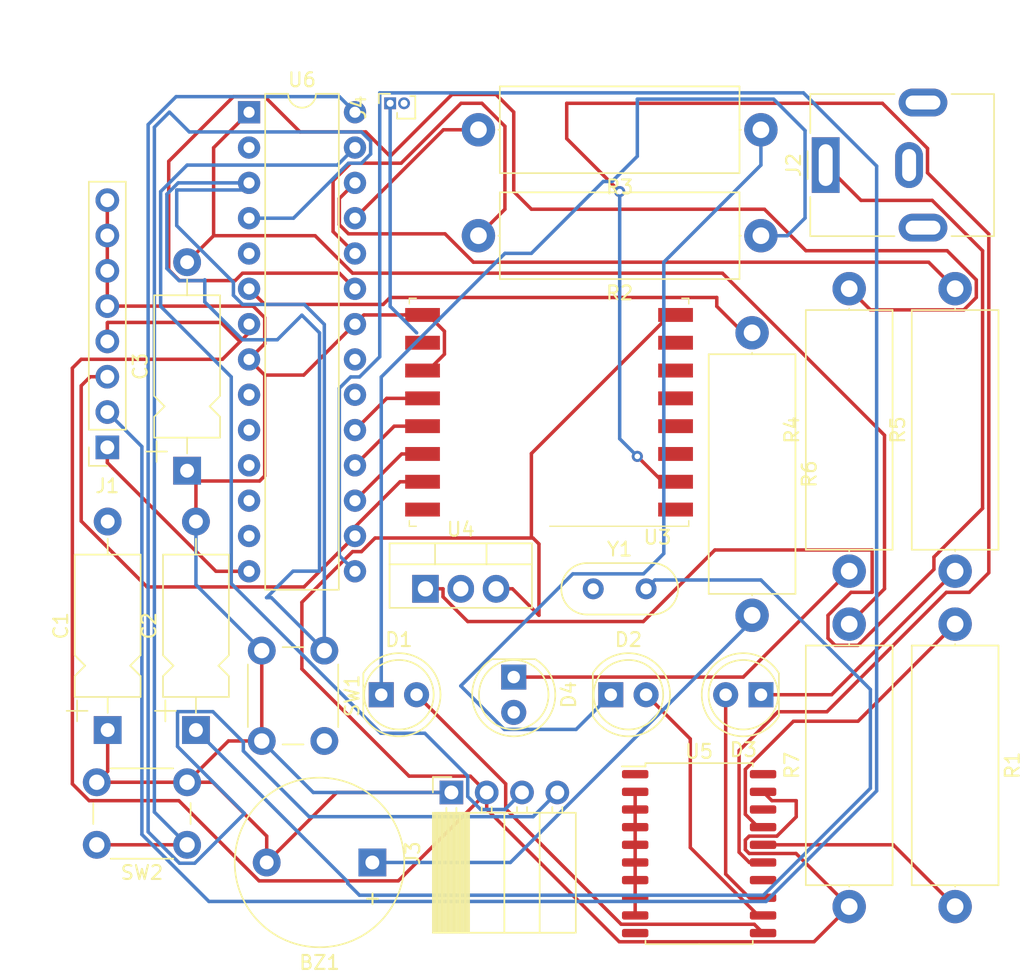
<source format=kicad_pcb>
(kicad_pcb (version 20211014) (generator pcbnew)
  (layers (0 "F.Cu" signal) (31 "B.Cu" signal) (34 "B.Paste" user) (35 "F.Paste" user) (36 "B.SilkS" user "B.Silkscreen") (37 "F.SilkS" user "F.Silkscreen") (38 "B.Mask" user) (39 "F.Mask" user) (44 "Edge.Cuts" user))
  (net 0 "")
  (net 1 "Net-(BZ1-Pad1)")
  (net 2 "GND")
  (net 3 "12")
  (net 4 "11")
  (net 5 "RESET")
  (net 6 "Net-(D1-Pad1)")
  (net 7 "Net-(D1-Pad2)")
  (net 8 "Net-(D2-Pad1)")
  (net 9 "Net-(D2-Pad2)")
  (net 10 "Net-(D3-Pad1)")
  (net 11 "Net-(D3-Pad2)")
  (net 12 "Net-(D4-Pad1)")
  (net 13 "Net-(D4-Pad2)")
  (net 14 "Net-(R1-Pad1)")
  (net 15 "Net-(R1-Pad2)")
  (net 16 "VCC")
  (net 17 "SDA")
  (net 18 "SCL")
  (net 19 "Net-(J4-Pad1)")
  (net 20 "Net-(R6-Pad1)")
  (net 21 "Net-(SW1-Pad1)")
  (net 22 "A1")
  (net 23 "A2")
  (net 24 "A00")
  (net 25 "A3")
  (net 26 "Net-(SW2-Pad1)")
  (net 27 "IN1")
  (net 28 "IN2")
  (net 30 "DIN")
  (net 36 "SCK")
  (net 37 "MISO")
  (net 38 "MOSI")
  (net 39 "ENA")
  (net 54 "Net-(J2-Pad1)")
  (net 55 "Net-(J2-Pad2)")
  (footprint "Crystal:Crystal_HC52-U_Vertical" (layer "F.Cu") (at 112.4 81.28)
    (fp_text reference "Y1" (at 1.9 -2.85) (layer "F.SilkS"))
    (fp_text value "Crystal")
    (pad "1" thru_hole circle (at 0 0) (size 1.5 1.5) (drill 0.8) (layers *.Cu *.Mask) (net 3 "12"))
    (pad "2" thru_hole circle (at 3.8 0) (size 1.5 1.5) (drill 0.8) (layers *.Cu *.Mask) (net 4 "11"))
  )
  (footprint "Resistor_THT:R_Axial_DIN0617_L17.0mm_D6.0mm_P20.32mm_Horizontal" (layer "F.Cu") (at 130.81 80.01 90)
    (fp_text reference "R4" (at 10.16 -4.12 90) (layer "F.SilkS"))
    (fp_text value "100k")
    (pad "1" thru_hole circle (at 0 0 90) (size 2.4 2.4) (drill 1.2) (layers *.Cu *.Mask) (net 12 "Net-(D4-Pad1)"))
    (pad "2" thru_hole oval (at 20.32 0 90) (size 2.4 2.4) (drill 1.2) (layers *.Cu *.Mask) (net 24 "A00"))
  )
  (footprint "Connector_PinSocket_2.54mm:PinSocket_1x08_P2.54mm_Vertical" (layer "F.Cu") (at 77.445 71.105 180)
    (fp_text reference "J1" (at 0 -2.77) (layer "F.SilkS"))
    (fp_text value "Conn_01x08_Female")
    (pad "1" thru_hole rect (at 0 0 180) (size 1.7 1.7) (drill 1) (layers *.Cu *.Mask) (net 27 "IN1"))
    (pad "2" thru_hole oval (at 0 2.54 180) (size 1.7 1.7) (drill 1) (layers *.Cu *.Mask) (net 28 "IN2"))
    (pad "3" thru_hole oval (at 0 5.08 180) (size 1.7 1.7) (drill 1) (layers *.Cu *.Mask) (net 39 "ENA"))
    (pad "4" thru_hole oval (at 0 7.62 180) (size 1.7 1.7) (drill 1) (layers *.Cu *.Mask) (net 16 "VCC"))
    (pad "5" thru_hole oval (at 0 10.16 180) (size 1.7 1.7) (drill 1) (layers *.Cu *.Mask) (net 2 "GND"))
    (pad "6" thru_hole oval (at 0 12.7 180) (size 1.7 1.7) (drill 1) (layers *.Cu *.Mask) (net 2 "GND"))
    (pad "7" thru_hole oval (at 0 15.24 180) (size 1.7 1.7) (drill 1) (layers *.Cu *.Mask) (net 2 "GND"))
    (pad "8" thru_hole oval (at 0 17.78 180) (size 1.7 1.7) (drill 1) (layers *.Cu *.Mask) (net 2 "GND"))
  )
  (footprint "Resistor_THT:R_Axial_DIN0617_L17.0mm_D6.0mm_P20.32mm_Horizontal" (layer "F.Cu") (at 138.43 83.82 -90)
    (fp_text reference "R1" (at 10.16 -4.12 90) (layer "F.SilkS"))
    (fp_text value "1.1M")
    (pad "1" thru_hole circle (at 0 0 270) (size 2.4 2.4) (drill 1.2) (layers *.Cu *.Mask) (net 14 "Net-(R1-Pad1)"))
    (pad "2" thru_hole oval (at 20.32 0 270) (size 2.4 2.4) (drill 1.2) (layers *.Cu *.Mask) (net 15 "Net-(R1-Pad2)"))
  )
  (footprint "Button_Switch_THT:SW_PUSH_6mm_H4.3mm" (layer "F.Cu") (at 83.185 99.695 180)
    (fp_text reference "SW2" (at 3.25 -2) (layer "F.SilkS"))
    (fp_text value "SW_Push")
    (pad "1" thru_hole circle (at 6.5 0 270) (size 2 2) (drill 1.1) (layers *.Cu *.Mask) (net 26 "Net-(SW2-Pad1)"))
    (pad "1" thru_hole circle (at 0 0 270) (size 2 2) (drill 1.1) (layers *.Cu *.Mask) (net 26 "Net-(SW2-Pad1)"))
    (pad "2" thru_hole circle (at 6.5 4.5 270) (size 2 2) (drill 1.1) (layers *.Cu *.Mask) (net 2 "GND"))
    (pad "2" thru_hole circle (at 0 4.5 270) (size 2 2) (drill 1.1) (layers *.Cu *.Mask) (net 2 "GND"))
  )
  (footprint "Capacitor_THT:CP_Axial_L10.0mm_D4.5mm_P15.00mm_Horizontal" (layer "F.Cu") (at 83.185 72.785 90)
    (fp_text reference "C3" (at 7.5 -3.37 90) (layer "F.SilkS"))
    (fp_text value "22n")
    (pad "1" thru_hole rect (at 0 0 90) (size 2 2) (drill 1) (layers *.Cu *.Mask) (net 2 "GND"))
    (pad "2" thru_hole oval (at 15 0 90) (size 2 2) (drill 1) (layers *.Cu *.Mask) (net 5 "RESET"))
  )
  (footprint "RF_Module:HOPERF_RFM69HW" (layer "F.Cu") (at 109.22 68.58 180)
    (fp_text reference "U3" (at -7.8 -9) (layer "F.SilkS"))
    (fp_text value "RFM69HW")
    (pad "1" smd rect (at -9.1 -7 180) (size 2.5 1) (layers "F.Cu" "F.Paste" "F.Mask"))
    (pad "2" smd rect (at -9.1 -5 180) (size 2.5 1) (layers "F.Cu" "F.Paste" "F.Mask") (net 30 "DIN"))
    (pad "3" smd rect (at -9.1 -3 180) (size 2.5 1) (layers "F.Cu" "F.Paste" "F.Mask"))
    (pad "4" smd rect (at -9.1 -1 180) (size 2.5 1) (layers "F.Cu" "F.Paste" "F.Mask"))
    (pad "5" smd rect (at -9.1 1 180) (size 2.5 1) (layers "F.Cu" "F.Paste" "F.Mask"))
    (pad "6" smd rect (at -9.1 3 180) (size 2.5 1) (layers "F.Cu" "F.Paste" "F.Mask"))
    (pad "7" smd rect (at -9.1 5 180) (size 2.5 1) (layers "F.Cu" "F.Paste" "F.Mask"))
    (pad "8" smd rect (at -9.1 7 180) (size 2.5 1) (layers "F.Cu" "F.Paste" "F.Mask") (net 16 "VCC"))
    (pad "9" smd rect (at 9.1 7 180) (size 2.5 1) (layers "F.Cu" "F.Paste" "F.Mask") (net 2 "GND"))
    (pad "10" smd rect (at 9.1 5 180) (size 2.5 1) (layers "F.Cu" "F.Paste" "F.Mask") (net 19 "Net-(J4-Pad1)"))
    (pad "11" smd rect (at 9.1 3 180) (size 2.5 1) (layers "F.Cu" "F.Paste" "F.Mask") (net 2 "GND"))
    (pad "12" smd rect (at 9.1 1 180) (size 2.5 1) (layers "F.Cu" "F.Paste" "F.Mask") (net 36 "SCK"))
    (pad "13" smd rect (at 9.1 -1 180) (size 2.5 1) (layers "F.Cu" "F.Paste" "F.Mask") (net 37 "MISO"))
    (pad "14" smd rect (at 9.1 -3 180) (size 2.5 1) (layers "F.Cu" "F.Paste" "F.Mask") (net 38 "MOSI"))
    (pad "15" smd rect (at 9.1 -5 180) (size 2.5 1) (layers "F.Cu" "F.Paste" "F.Mask") (net 39 "ENA"))
    (pad "16" smd rect (at 9.1 -7 180) (size 2.5 1) (layers "F.Cu" "F.Paste" "F.Mask"))
  )
  (footprint "Button_Switch_THT:SW_PUSH_6mm_H4.3mm" (layer "F.Cu") (at 93.055 85.725 -90)
    (fp_text reference "SW1" (at 3.25 -2 90) (layer "F.SilkS"))
    (fp_text value "SW_Push")
    (pad "1" thru_hole circle (at 0 0) (size 2 2) (drill 1.1) (layers *.Cu *.Mask) (net 21 "Net-(SW1-Pad1)"))
    (pad "1" thru_hole circle (at 6.5 0) (size 2 2) (drill 1.1) (layers *.Cu *.Mask) (net 21 "Net-(SW1-Pad1)"))
    (pad "2" thru_hole circle (at 0 4.5) (size 2 2) (drill 1.1) (layers *.Cu *.Mask) (net 2 "GND"))
    (pad "2" thru_hole circle (at 6.5 4.5) (size 2 2) (drill 1.1) (layers *.Cu *.Mask) (net 2 "GND"))
  )
  (footprint "LED_THT:LED_D5.0mm" (layer "F.Cu") (at 113.66 88.9)
    (fp_text reference "D2" (at 1.27 -3.96) (layer "F.SilkS"))
    (fp_text value "LED")
    (pad "1" thru_hole rect (at 0 0) (size 1.8 1.8) (drill 0.9) (layers *.Cu *.Mask) (net 8 "Net-(D2-Pad1)"))
    (pad "2" thru_hole circle (at 2.54 0) (size 1.8 1.8) (drill 0.9) (layers *.Cu *.Mask) (net 9 "Net-(D2-Pad2)"))
  )
  (footprint "Connector_PinSocket_2.54mm:PinSocket_1x04_P2.54mm_Horizontal" (layer "F.Cu") (at 102.195 95.93 90)
    (fp_text reference "J3" (at -4.38 -2.77 90) (layer "F.SilkS"))
    (fp_text value "Conn_01x04_Female")
    (pad "1" thru_hole rect (at 0 0 90) (size 1.7 1.7) (drill 1) (layers *.Cu *.Mask) (net 2 "GND"))
    (pad "2" thru_hole oval (at 0 2.54 90) (size 1.7 1.7) (drill 1) (layers *.Cu *.Mask) (net 16 "VCC"))
    (pad "3" thru_hole oval (at 0 5.08 90) (size 1.7 1.7) (drill 1) (layers *.Cu *.Mask) (net 17 "SDA"))
    (pad "4" thru_hole oval (at 0 7.62 90) (size 1.7 1.7) (drill 1) (layers *.Cu *.Mask) (net 18 "SCL"))
  )
  (footprint "Resistor_THT:R_Axial_DIN0617_L17.0mm_D6.0mm_P20.32mm_Horizontal" (layer "F.Cu") (at 123.825 62.865 -90)
    (fp_text reference "R6" (at 10.16 -4.12 90) (layer "F.SilkS"))
    (fp_text value "100k")
    (pad "1" thru_hole circle (at 0 0 270) (size 2.4 2.4) (drill 1.2) (layers *.Cu *.Mask) (net 20 "Net-(R6-Pad1)"))
    (pad "2" thru_hole oval (at 20.32 0 270) (size 2.4 2.4) (drill 1.2) (layers *.Cu *.Mask) (net 1 "Net-(BZ1-Pad1)"))
  )
  (footprint "Connector_BarrelJack:BarrelJack_CUI_PJ-063AH_Horizontal" (layer "F.Cu") (at 129.12 50.8 90)
    (fp_text reference "J2" (at 0 -2.3 90) (layer "F.SilkS"))
    (fp_text value "Barrel_Jack")
    (pad "" np_thru_hole circle (at 0 9 90) (size 1.6 1.6) (drill 1.6) (layers *.Cu *.Mask))
    (pad "1" thru_hole rect (at 0 0 90) (size 4 2) (drill oval 3 1) (layers *.Cu *.Mask) (net 54 "Net-(J2-Pad1)"))
    (pad "2" thru_hole oval (at 0 6 90) (size 3.3 2) (drill oval 2.3 1) (layers *.Cu *.Mask) (net 55 "Net-(J2-Pad2)"))
    (pad "MP" thru_hole oval (at 4.5 7 90) (size 2 3.5) (drill oval 1 2.5) (layers *.Cu *.Mask))
    (pad "MP" thru_hole oval (at -4.5 7 90) (size 2 3.5) (drill oval 1 2.5) (layers *.Cu *.Mask))
  )
  (footprint "LED_THT:LED_D5.0mm" (layer "F.Cu") (at 124.465 88.9 180)
    (fp_text reference "D3" (at 1.27 -3.96) (layer "F.SilkS"))
    (fp_text value "LED")
    (pad "1" thru_hole rect (at 0 0 180) (size 1.8 1.8) (drill 0.9) (layers *.Cu *.Mask) (net 10 "Net-(D3-Pad1)"))
    (pad "2" thru_hole circle (at 2.54 0 180) (size 1.8 1.8) (drill 0.9) (layers *.Cu *.Mask) (net 11 "Net-(D3-Pad2)"))
  )
  (footprint "Resistor_THT:R_Axial_DIN0617_L17.0mm_D6.0mm_P20.32mm_Horizontal" (layer "F.Cu") (at 138.43 80.01 90)
    (fp_text reference "R5" (at 10.16 -4.12 90) (layer "F.SilkS"))
    (fp_text value "100k")
    (pad "1" thru_hole circle (at 0 0 90) (size 2.4 2.4) (drill 1.2) (layers *.Cu *.Mask) (net 10 "Net-(D3-Pad1)"))
    (pad "2" thru_hole oval (at 20.32 0 90) (size 2.4 2.4) (drill 1.2) (layers *.Cu *.Mask) (net 25 "A3"))
  )
  (footprint "Resistor_THT:R_Axial_DIN0617_L17.0mm_D6.0mm_P20.32mm_Horizontal" (layer "F.Cu") (at 124.46 48.26 180)
    (fp_text reference "R3" (at 10.16 -4.12) (layer "F.SilkS"))
    (fp_text value "100k")
    (pad "1" thru_hole circle (at 0 0 180) (size 2.4 2.4) (drill 1.2) (layers *.Cu *.Mask) (net 8 "Net-(D2-Pad1)"))
    (pad "2" thru_hole oval (at 20.32 0 180) (size 2.4 2.4) (drill 1.2) (layers *.Cu *.Mask) (net 23 "A2"))
  )
  (footprint "Capacitor_THT:CP_Axial_L10.0mm_D4.5mm_P15.00mm_Horizontal" (layer "F.Cu") (at 77.47 91.44 90)
    (fp_text reference "C1" (at 7.5 -3.37 90) (layer "F.SilkS"))
    (fp_text value "22n")
    (pad "1" thru_hole rect (at 0 0 90) (size 2 2) (drill 1) (layers *.Cu *.Mask) (net 2 "GND"))
    (pad "2" thru_hole oval (at 15 0 90) (size 2 2) (drill 1) (layers *.Cu *.Mask) (net 3 "12"))
  )
  (footprint "Connector_PinSocket_1.00mm:PinSocket_1x02_P1.00mm_Vertical" (layer "F.Cu") (at 97.79 46.355 90)
    (fp_text reference "J4" (at -0.29 -2.25 90) (layer "F.SilkS"))
    (fp_text value "Conn_01x01_Female")
    (pad "1" thru_hole rect (at 0 0 90) (size 0.85 0.85) (drill 0.5) (layers *.Cu *.Mask) (net 19 "Net-(J4-Pad1)"))
    (pad "2" thru_hole oval (at 0 1 90) (size 0.85 0.85) (drill 0.5) (layers *.Cu *.Mask))
  )
  (footprint "Package_TO_SOT_THT:TO-220-3_Vertical" (layer "F.Cu") (at 100.33 81.28)
    (fp_text reference "U4" (at 2.54 -4.27) (layer "F.SilkS"))
    (fp_text value "L7805")
    (pad "1" thru_hole rect (at 0 0) (size 1.905 2) (drill 1.1) (layers *.Cu *.Mask) (net 54 "Net-(J2-Pad1)"))
    (pad "2" thru_hole oval (at 2.54 0) (size 1.905 2) (drill 1.1) (layers *.Cu *.Mask) (net 55 "Net-(J2-Pad2)"))
    (pad "3" thru_hole oval (at 5.08 0) (size 1.905 2) (drill 1.1) (layers *.Cu *.Mask) (net 16 "VCC"))
  )
  (footprint "LED_THT:LED_D5.0mm" (layer "F.Cu") (at 106.68 87.63 -90)
    (fp_text reference "D4" (at 1.27 -3.96 90) (layer "F.SilkS"))
    (fp_text value "LED")
    (pad "1" thru_hole rect (at 0 0 270) (size 1.8 1.8) (drill 0.9) (layers *.Cu *.Mask) (net 12 "Net-(D4-Pad1)"))
    (pad "2" thru_hole circle (at 2.54 0 270) (size 1.8 1.8) (drill 0.9) (layers *.Cu *.Mask) (net 13 "Net-(D4-Pad2)"))
  )
  (footprint "Capacitor_THT:CP_Axial_L10.0mm_D4.5mm_P15.00mm_Horizontal" (layer "F.Cu") (at 83.82 91.44 90)
    (fp_text reference "C2" (at 7.5 -3.37 90) (layer "F.SilkS"))
    (fp_text value "22n")
    (pad "1" thru_hole rect (at 0 0 90) (size 2 2) (drill 1) (layers *.Cu *.Mask) (net 4 "11"))
    (pad "2" thru_hole oval (at 15 0 90) (size 2 2) (drill 1) (layers *.Cu *.Mask) (net 2 "GND"))
  )
  (footprint "Resistor_THT:R_Axial_DIN0617_L17.0mm_D6.0mm_P20.32mm_Horizontal" (layer "F.Cu") (at 130.81 104.14 90)
    (fp_text reference "R7" (at 10.16 -4.12 90) (layer "F.SilkS"))
    (fp_text value "10k")
    (pad "1" thru_hole circle (at 0 0 90) (size 2.4 2.4) (drill 1.2) (layers *.Cu *.Mask) (net 16 "VCC"))
    (pad "2" thru_hole oval (at 20.32 0 90) (size 2.4 2.4) (drill 1.2) (layers *.Cu *.Mask) (net 5 "RESET"))
  )
  (footprint "LED_THT:LED_D5.0mm" (layer "F.Cu") (at 97.15 88.9)
    (fp_text reference "D1" (at 1.27 -3.96) (layer "F.SilkS"))
    (fp_text value "LED")
    (pad "1" thru_hole rect (at 0 0) (size 1.8 1.8) (drill 0.9) (layers *.Cu *.Mask) (net 6 "Net-(D1-Pad1)"))
    (pad "2" thru_hole circle (at 2.54 0) (size 1.8 1.8) (drill 0.9) (layers *.Cu *.Mask) (net 7 "Net-(D1-Pad2)"))
  )
  (footprint "Package_SO:SOP-20_7.5x12.8mm_P1.27mm" (layer "F.Cu") (at 120.015 100.33)
    (fp_text reference "U5" (at 0 -7.35) (layer "F.SilkS"))
    (fp_text value "HT12D")
    (pad "1" smd roundrect (at -4.6 -5.715) (size 1.9 0.6) (layers "F.Cu" "F.Paste" "F.Mask"))
    (pad "2" smd roundrect (at -4.6 -4.445) (size 1.9 0.6) (layers "F.Cu" "F.Paste" "F.Mask") (net 2 "GND"))
    (pad "3" smd roundrect (at -4.6 -3.175) (size 1.9 0.6) (layers "F.Cu" "F.Paste" "F.Mask") (net 2 "GND"))
    (pad "4" smd roundrect (at -4.6 -1.905) (size 1.9 0.6) (layers "F.Cu" "F.Paste" "F.Mask") (net 2 "GND"))
    (pad "5" smd roundrect (at -4.6 -0.635) (size 1.9 0.6) (layers "F.Cu" "F.Paste" "F.Mask") (net 2 "GND"))
    (pad "6" smd roundrect (at -4.6 0.635) (size 1.9 0.6) (layers "F.Cu" "F.Paste" "F.Mask") (net 2 "GND"))
    (pad "7" smd roundrect (at -4.6 1.905) (size 1.9 0.6) (layers "F.Cu" "F.Paste" "F.Mask") (net 2 "GND"))
    (pad "8" smd roundrect (at -4.6 3.175) (size 1.9 0.6) (layers "F.Cu" "F.Paste" "F.Mask") (net 2 "GND"))
    (pad "9" smd roundrect (at -4.6 4.445) (size 1.9 0.6) (layers "F.Cu" "F.Paste" "F.Mask") (net 2 "GND"))
    (pad "10" smd roundrect (at -4.6 5.715) (size 1.9 0.6) (layers "F.Cu" "F.Paste" "F.Mask"))
    (pad "11" smd roundrect (at 4.6 5.715) (size 1.9 0.6) (layers "F.Cu" "F.Paste" "F.Mask") (net 7 "Net-(D1-Pad2)"))
    (pad "12" smd roundrect (at 4.6 4.445) (size 1.9 0.6) (layers "F.Cu" "F.Paste" "F.Mask") (net 9 "Net-(D2-Pad2)"))
    (pad "13" smd roundrect (at 4.6 3.175) (size 1.9 0.6) (layers "F.Cu" "F.Paste" "F.Mask") (net 11 "Net-(D3-Pad2)"))
    (pad "14" smd roundrect (at 4.6 1.905) (size 1.9 0.6) (layers "F.Cu" "F.Paste" "F.Mask") (net 13 "Net-(D4-Pad2)"))
    (pad "15" smd roundrect (at 4.6 0.635) (size 1.9 0.6) (layers "F.Cu" "F.Paste" "F.Mask") (net 30 "DIN"))
    (pad "16" smd roundrect (at 4.6 -0.635) (size 1.9 0.6) (layers "F.Cu" "F.Paste" "F.Mask") (net 15 "Net-(R1-Pad2)"))
    (pad "17" smd roundrect (at 4.6 -1.905) (size 1.9 0.6) (layers "F.Cu" "F.Paste" "F.Mask") (net 14 "Net-(R1-Pad1)"))
    (pad "18" smd roundrect (at 4.6 -3.175) (size 1.9 0.6) (layers "F.Cu" "F.Paste" "F.Mask"))
    (pad "19" smd roundrect (at 4.6 -4.445) (size 1.9 0.6) (layers "F.Cu" "F.Paste" "F.Mask") (net 16 "VCC"))
    (pad "20" smd roundrect (at 4.6 -5.715) (size 1.9 0.6) (layers "F.Cu" "F.Paste" "F.Mask"))
  )
  (footprint "Buzzer_Beeper:Buzzer_12x9.5RM7.6" (layer "F.Cu") (at 96.51 100.965 180)
    (fp_text reference "BZ1" (at 3.8 -7.2) (layer "F.SilkS"))
    (fp_text value "Buzzer")
    (fp_text user "+" (at -0.01 -2.54) (layer "F.SilkS"))
    (pad "1" thru_hole rect (at 0 0 180) (size 2 2) (drill 1) (layers *.Cu *.Mask) (net 1 "Net-(BZ1-Pad1)"))
    (pad "2" thru_hole circle (at 7.6 0 180) (size 2 2) (drill 1) (layers *.Cu *.Mask) (net 2 "GND"))
  )
  (footprint "Package_DIP:DIP-28_W7.62mm" (layer "F.Cu") (at 87.64 47)
    (fp_text reference "U6" (at 3.81 -2.33) (layer "F.SilkS"))
    (fp_text value "ATmega328-P")
    (pad "1" thru_hole rect (at 0 0) (size 1.6 1.6) (drill 0.8) (layers *.Cu *.Mask) (net 5 "RESET"))
    (pad "2" thru_hole oval (at 0 2.54) (size 1.6 1.6) (drill 0.8) (layers *.Cu *.Mask))
    (pad "3" thru_hole oval (at 0 5.08) (size 1.6 1.6) (drill 0.8) (layers *.Cu *.Mask) (net 21 "Net-(SW1-Pad1)"))
    (pad "4" thru_hole oval (at 0 7.62) (size 1.6 1.6) (drill 0.8) (layers *.Cu *.Mask) (net 26 "Net-(SW2-Pad1)"))
    (pad "5" thru_hole oval (at 0 10.16) (size 1.6 1.6) (drill 0.8) (layers *.Cu *.Mask))
    (pad "6" thru_hole oval (at 0 12.7) (size 1.6 1.6) (drill 0.8) (layers *.Cu *.Mask) (net 20 "Net-(R6-Pad1)"))
    (pad "7" thru_hole oval (at 0 15.24) (size 1.6 1.6) (drill 0.8) (layers *.Cu *.Mask) (net 16 "VCC"))
    (pad "8" thru_hole oval (at 0 17.78) (size 1.6 1.6) (drill 0.8) (layers *.Cu *.Mask) (net 2 "GND"))
    (pad "9" thru_hole oval (at 0 20.32) (size 1.6 1.6) (drill 0.8) (layers *.Cu *.Mask))
    (pad "10" thru_hole oval (at 0 22.86) (size 1.6 1.6) (drill 0.8) (layers *.Cu *.Mask))
    (pad "11" thru_hole oval (at 0 25.4) (size 1.6 1.6) (drill 0.8) (layers *.Cu *.Mask))
    (pad "12" thru_hole oval (at 0 27.94) (size 1.6 1.6) (drill 0.8) (layers *.Cu *.Mask))
    (pad "13" thru_hole oval (at 0 30.48) (size 1.6 1.6) (drill 0.8) (layers *.Cu *.Mask))
    (pad "14" thru_hole oval (at 0 33.02) (size 1.6 1.6) (drill 0.8) (layers *.Cu *.Mask) (net 27 "IN1"))
    (pad "15" thru_hole oval (at 7.62 33.02) (size 1.6 1.6) (drill 0.8) (layers *.Cu *.Mask) (net 28 "IN2"))
    (pad "16" thru_hole oval (at 7.62 30.48) (size 1.6 1.6) (drill 0.8) (layers *.Cu *.Mask) (net 39 "ENA"))
    (pad "17" thru_hole oval (at 7.62 27.94) (size 1.6 1.6) (drill 0.8) (layers *.Cu *.Mask) (net 38 "MOSI"))
    (pad "18" thru_hole oval (at 7.62 25.4) (size 1.6 1.6) (drill 0.8) (layers *.Cu *.Mask) (net 37 "MISO"))
    (pad "19" thru_hole oval (at 7.62 22.86) (size 1.6 1.6) (drill 0.8) (layers *.Cu *.Mask) (net 36 "SCK"))
    (pad "20" thru_hole oval (at 7.62 20.32) (size 1.6 1.6) (drill 0.8) (layers *.Cu *.Mask))
    (pad "21" thru_hole oval (at 7.62 17.78) (size 1.6 1.6) (drill 0.8) (layers *.Cu *.Mask))
    (pad "22" thru_hole oval (at 7.62 15.24) (size 1.6 1.6) (drill 0.8) (layers *.Cu *.Mask) (net 2 "GND"))
    (pad "23" thru_hole oval (at 7.62 12.7) (size 1.6 1.6) (drill 0.8) (layers *.Cu *.Mask) (net 24 "A00"))
    (pad "24" thru_hole oval (at 7.62 10.16) (size 1.6 1.6) (drill 0.8) (layers *.Cu *.Mask) (net 22 "A1"))
    (pad "25" thru_hole oval (at 7.62 7.62) (size 1.6 1.6) (drill 0.8) (layers *.Cu *.Mask) (net 23 "A2"))
    (pad "26" thru_hole oval (at 7.62 5.08) (size 1.6 1.6) (drill 0.8) (layers *.Cu *.Mask) (net 25 "A3"))
    (pad "27" thru_hole oval (at 7.62 2.54) (size 1.6 1.6) (drill 0.8) (layers *.Cu *.Mask) (net 17 "SDA"))
    (pad "28" thru_hole oval (at 7.62 0) (size 1.6 1.6) (drill 0.8) (layers *.Cu *.Mask) (net 18 "SCL"))
  )
  (footprint "Resistor_THT:R_Axial_DIN0617_L17.0mm_D6.0mm_P20.32mm_Horizontal" (layer "F.Cu") (at 124.46 55.88 180)
    (fp_text reference "R2" (at 10.16 -4.12) (layer "F.SilkS"))
    (fp_text value "100k")
    (pad "1" thru_hole circle (at 0 0 180) (size 2.4 2.4) (drill 1.2) (layers *.Cu *.Mask) (net 6 "Net-(D1-Pad1)"))
    (pad "2" thru_hole oval (at 20.32 0 180) (size 2.4 2.4) (drill 1.2) (layers *.Cu *.Mask) (net 22 "A1"))
  )
  (segment (start 123.19 84.21601) (end 123.19 83.185) (width 0.25) (layer "B.Cu") (net 1))
  (segment (start 106.44101 100.965) (end 123.19 84.21601) (width 0.25) (layer "B.Cu") (net 1))
  (segment (start 96.51 100.965) (end 106.44101 100.965) (width 0.25) (layer "B.Cu") (net 1))
  (segment (start 95.9 61.58) (end 91.575489 65.904511) (width 0.25) (layer "F.Cu") (net 2))
  (segment (start 91.575489 65.904511) (end 88.764511 65.904511) (width 0.25) (layer "F.Cu") (net 2))
  (segment (start 98.85 61.58) (end 95.9 61.58) (width 0.25) (layer "F.Cu") (net 2))
  (segment (start 88.91 99.07) (end 88.91 100.965) (width 0.25) (layer "F.Cu") (net 2))
  (segment (start 83.924511 73.524511) (end 83.185 72.785) (width 0.25) (layer "F.Cu") (net 2))
  (segment (start 100.12 61.58) (end 100.519022 61.58) (width 0.25) (layer "F.Cu") (net 2))
  (segment (start 88.764511 65.904511) (end 88.764511 73.160489) (width 0.25) (layer "F.Cu") (net 2))
  (segment (start 86.155 92.225) (end 83.185 95.195) (width 0.25) (layer "F.Cu") (net 2))
  (segment (start 83.185 95.195) (end 85.035 95.195) (width 0.25) (layer "F.Cu") (net 2))
  (segment (start 98.85 61.58) (end 99.6 61.58) (width 0.25) (layer "F.Cu") (net 2))
  (segment (start 83.82 73.42) (end 83.185 72.785) (width 0.25) (layer "F.Cu") (net 2))
  (segment (start 88.91 100.965) (end 93.945 95.93) (width 0.25) (layer "F.Cu") (net 2))
  (segment (start 101.694511 62.755489) (end 101.694511 64.404511) (width 0.25) (layer "F.Cu") (net 2))
  (segment (start 83.82 76.44) (end 83.82 73.42) (width 0.25) (layer "F.Cu") (net 2))
  (segment (start 100.519022 61.58) (end 101.694511 62.755489) (width 0.25) (layer "F.Cu") (net 2))
  (segment (start 77.47 91.44) (end 77.47 94.41) (width 0.25) (layer "F.Cu") (net 2))
  (segment (start 77.445 60.945) (end 87.9353 60.945) (width 0.25) (layer "F.Cu") (net 2))
  (segment (start 88.764511 61.774211) (end 88.764511 63.655489) (width 0.25) (layer "F.Cu") (net 2))
  (segment (start 93.945 95.93) (end 102.195 95.93) (width 0.25) (layer "F.Cu") (net 2))
  (segment (start 77.47 94.41) (end 76.685 95.195) (width 0.25) (layer "F.Cu") (net 2))
  (segment (start 76.685 95.195) (end 83.185 95.195) (width 0.25) (layer "F.Cu") (net 2))
  (segment (start 101.694511 64.404511) (end 100.519022 65.58) (width 0.25) (layer "F.Cu") (net 2))
  (segment (start 77.445 53.325) (end 77.445 60.945) (width 0.25) (layer "F.Cu") (net 2))
  (segment (start 88.400489 73.524511) (end 83.924511 73.524511) (width 0.25) (layer "F.Cu") (net 2))
  (segment (start 88.764511 63.655489) (end 87.64 64.78) (width 0.25) (layer "F.Cu") (net 2))
  (segment (start 87.9353 60.945) (end 88.764511 61.774211) (width 0.25) (layer "F.Cu") (net 2))
  (segment (start 100.519022 65.58) (end 100.12 65.58) (width 0.25) (layer "F.Cu") (net 2))
  (segment (start 88.555 85.725) (end 88.555 92.225) (width 0.25) (layer "F.Cu") (net 2))
  (segment (start 87.64 64.78) (end 88.764511 65.904511) (width 0.25) (layer "F.Cu") (net 2))
  (segment (start 88.764511 73.160489) (end 88.400489 73.524511) (width 0.25) (layer "F.Cu") (net 2))
  (segment (start 85.035 95.195) (end 88.91 99.07) (width 0.25) (layer "F.Cu") (net 2))
  (segment (start 115.415 95.885) (end 115.415 104.775) (width 0.25) (layer "F.Cu") (net 2))
  (segment (start 88.555 92.225) (end 86.155 92.225) (width 0.25) (layer "F.Cu") (net 2))
  (segment (start 92.26 95.93) (end 88.555 92.225) (width 0.25) (layer "B.Cu") (net 2))
  (segment (start 83.82 80.99) (end 83.82 76.44) (width 0.25) (layer "B.Cu") (net 2))
  (segment (start 88.555 85.725) (end 83.82 80.99) (width 0.25) (layer "B.Cu") (net 2))
  (segment (start 102.195 95.93) (end 92.26 95.93) (width 0.25) (layer "B.Cu") (net 2))
  (segment (start 94.735969 102.355969) (end 94.735969 102.475708) (width 0.25) (layer "B.Cu") (net 4))
  (segment (start 116.835 80.645) (end 116.2 81.28) (width 0.25) (layer "B.Cu") (net 4))
  (segment (start 95.579781 103.31952) (end 124.646197 103.31952) (width 0.25) (layer "B.Cu") (net 4))
  (segment (start 132.334511 88.519511) (end 124.46 80.645) (width 0.25) (layer "B.Cu") (net 4))
  (segment (start 124.646197 103.31952) (end 132.334511 95.631206) (width 0.25) (layer "B.Cu") (net 4))
  (segment (start 132.334511 95.631206) (end 132.334511 88.519511) (width 0.25) (layer "B.Cu") (net 4))
  (segment (start 124.46 80.645) (end 116.835 80.645) (width 0.25) (layer "B.Cu") (net 4))
  (segment (start 83.82 91.44) (end 94.735969 102.355969) (width 0.25) (layer "B.Cu") (net 4))
  (segment (start 94.735969 102.475708) (end 95.579781 103.31952) (width 0.25) (layer "B.Cu") (net 4))
  (segment (start 95.085189 58.575489) (end 121.691474 58.575489) (width 0.25) (layer "F.Cu") (net 5))
  (segment (start 133.35 70.234015) (end 133.35 81.28) (width 0.25) (layer "F.Cu") (net 5))
  (segment (start 85.09 55.88) (end 92.3897 55.88) (width 0.25) (layer "F.Cu") (net 5))
  (segment (start 85.09 49.55) (end 87.64 47) (width 0.25) (layer "F.Cu") (net 5))
  (segment (start 85.09 55.88) (end 85.09 49.55) (width 0.25) (layer "F.Cu") (net 5))
  (segment (start 133.35 81.28) (end 130.81 83.82) (width 0.25) (layer "F.Cu") (net 5))
  (segment (start 83.185 57.785) (end 85.09 55.88) (width 0.25) (layer "F.Cu") (net 5))
  (segment (start 92.3897 55.88) (end 95.085189 58.575489) (width 0.25) (layer "F.Cu") (net 5))
  (segment (start 121.691474 58.575489) (end 133.35 70.234015) (width 0.25) (layer "F.Cu") (net 5))
  (segment (start 115.57 50.165) (end 115.57 46.055009) (width 0.25) (layer "B.Cu") (net 6))
  (segment (start 97.15 88.9) (end 97.15 66.045717) (width 0.25) (layer "B.Cu") (net 6))
  (segment (start 113.754511 51.980489) (end 115.57 50.165) (width 0.25) (layer "B.Cu") (net 6))
  (segment (start 97.15 66.045717) (end 106.045717 57.15) (width 0.25) (layer "B.Cu") (net 6))
  (segment (start 127.635 48.315) (end 127.635 54.61) (width 0.25) (layer "B.Cu") (net 6))
  (segment (start 113.119511 51.980489) (end 113.754511 51.980489) (width 0.25) (layer "B.Cu") (net 6))
  (segment (start 107.95 57.15) (end 113.119511 51.980489) (width 0.25) (layer "B.Cu") (net 6))
  (segment (start 106.045717 57.15) (end 107.95 57.15) (width 0.25) (layer "B.Cu") (net 6))
  (segment (start 127.635 54.61) (end 126.365 55.88) (width 0.25) (layer "B.Cu") (net 6))
  (segment (start 125.375009 46.055009) (end 127.635 48.315) (width 0.25) (layer "B.Cu") (net 6))
  (segment (start 126.365 55.88) (end 124.46 55.88) (width 0.25) (layer "B.Cu") (net 6))
  (segment (start 115.57 46.055009) (end 125.375009 46.055009) (width 0.25) (layer "B.Cu") (net 6))
  (segment (start 99.69 88.9) (end 106.100489 95.310489) (width 0.25) (layer "F.Cu") (net 7))
  (segment (start 106.100489 97.102521) (end 114.407968 105.41) (width 0.25) (layer "F.Cu") (net 7))
  (segment (start 106.100489 95.310489) (end 106.100489 97.102521) (width 0.25) (layer "F.Cu") (net 7))
  (segment (start 123.98 105.41) (end 124.615 106.045) (width 0.25) (layer "F.Cu") (net 7))
  (segment (start 114.407968 105.41) (end 123.98 105.41) (width 0.25) (layer "F.Cu") (net 7))
  (segment (start 113.66 88.9) (end 111.165489 91.394511) (width 0.25) (layer "B.Cu") (net 8))
  (segment (start 102.87 88.265) (end 110.929511 80.205489) (width 0.25) (layer "B.Cu") (net 8))
  (segment (start 105.999511 91.394511) (end 102.87 88.265) (width 0.25) (layer "B.Cu") (net 8))
  (segment (start 117.475 78.74) (end 117.475 57.785) (width 0.25) (layer "B.Cu") (net 8))
  (segment (start 117.475 57.785) (end 124.46 50.8) (width 0.25) (layer "B.Cu") (net 8))
  (segment (start 116.009511 80.205489) (end 117.475 78.74) (width 0.25) (layer "B.Cu") (net 8))
  (segment (start 111.165489 91.394511) (end 105.999511 91.394511) (width 0.25) (layer "B.Cu") (net 8))
  (segment (start 110.929511 80.205489) (end 116.009511 80.205489) (width 0.25) (layer "B.Cu") (net 8))
  (segment (start 124.46 50.8) (end 124.46 48.26) (width 0.25) (layer "B.Cu") (net 8))
  (segment (start 119.38 99.891072) (end 124.263928 104.775) (width 0.25) (layer "F.Cu") (net 9))
  (segment (start 116.2 88.9) (end 119.38 92.08) (width 0.25) (layer "F.Cu") (net 9))
  (segment (start 119.38 92.08) (end 119.38 99.891072) (width 0.25) (layer "F.Cu") (net 9))
  (segment (start 124.263928 104.775) (end 124.615 104.775) (width 0.25) (layer "F.Cu") (net 9))
  (segment (start 129.54 88.9) (end 138.43 80.01) (width 0.25) (layer "F.Cu") (net 10))
  (segment (start 124.465 88.9) (end 129.54 88.9) (width 0.25) (layer "F.Cu") (net 10))
  (segment (start 121.925 88.9) (end 121.925 101.800354) (width 0.25) (layer "F.Cu") (net 11))
  (segment (start 121.925 101.800354) (end 123.629646 103.505) (width 0.25) (layer "F.Cu") (net 11))
  (segment (start 123.629646 103.505) (end 124.615 103.505) (width 0.25) (layer "F.Cu") (net 11))
  (segment (start 123.19 87.63) (end 130.81 80.01) (width 0.25) (layer "F.Cu") (net 12))
  (segment (start 106.68 87.63) (end 123.19 87.63) (width 0.25) (layer "F.Cu") (net 12))
  (segment (start 126.803928 90.805) (end 131.445 90.805) (width 0.25) (layer "F.Cu") (net 14))
  (segment (start 131.445 90.805) (end 138.43 83.82) (width 0.25) (layer "F.Cu") (net 14))
  (segment (start 124.615 98.425) (end 124.263928 98.425) (width 0.25) (layer "F.Cu") (net 14))
  (segment (start 123.34048 94.268448) (end 126.803928 90.805) (width 0.25) (layer "F.Cu") (net 14))
  (segment (start 124.263928 98.425) (end 123.34048 97.501552) (width 0.25) (layer "F.Cu") (net 14))
  (segment (start 123.34048 97.501552) (end 123.34048 94.268448) (width 0.25) (layer "F.Cu") (net 14))
  (segment (start 133.985 99.695) (end 124.615 99.695) (width 0.25) (layer "F.Cu") (net 15))
  (segment (start 138.43 104.14) (end 133.985 99.695) (width 0.25) (layer "F.Cu") (net 15))
  (segment (start 106.589511 81.28) (end 108.494511 83.185) (width 0.25) (layer "F.Cu") (net 16))
  (segment (start 126.98952 100.31952) (end 130.81 104.14) (width 0.25) (layer "F.Cu") (net 16))
  (segment (start 108.494511 78.055489) (end 108.064991 77.625969) (width 0.25) (layer "F.Cu") (net 16))
  (segment (start 86.98 63.485) (end 85.614511 62.119511) (width 0.25) (layer "F.Cu") (net 16))
  (segment (start 118.32 61.58) (end 117.920978 61.58) (width 0.25) (layer "F.Cu") (net 16))
  (segment (start 98.375489 102.289511) (end 104.735 95.93) (width 0.25) (layer "F.Cu") (net 16))
  (segment (start 95.085189 78.604511) (end 91.44 82.2497) (width 0.25) (layer "F.Cu") (net 16))
  (segment (start 77.47 62.119511) (end 77.445 62.144511) (width 0.25) (layer "F.Cu") (net 16))
  (segment (start 125.611552 99.07048) (end 123.618448 99.07048) (width 0.25) (layer "F.Cu") (net 16))
  (segment (start 74.93 65.405) (end 74.93 95.313143) (width 0.25) (layer "F.Cu") (net 16))
  (segment (start 104.735 97.132081) (end 114.272439 106.66952) (width 0.25) (layer "F.Cu") (net 16))
  (segment (start 87.01 63.485) (end 88.265 62.23) (width 0.25) (layer "F.Cu") (net 16))
  (segment (start 127 96.52) (end 127 97.682032) (width 0.25) (layer "F.Cu") (net 16))
  (segment (start 125.25 96.52) (end 127 96.52) (width 0.25) (layer "F.Cu") (net 16))
  (segment (start 76.136368 96.519511) (end 82.591368 96.519511) (width 0.25) (layer "F.Cu") (net 16))
  (segment (start 82.591368 96.519511) (end 88.361368 102.289511) (width 0.25) (layer "F.Cu") (net 16))
  (segment (start 114.272439 106.66952) (end 128.28048 106.66952) (width 0.25) (layer "F.Cu") (net 16))
  (segment (start 91.44 87.045498) (end 99.149991 94.755489) (width 0.25) (layer "F.Cu") (net 16))
  (segment (start 108.494511 78.055489) (end 108.494511 83.185) (width 0.25) (layer "F.Cu") (net 16))
  (segment (start 123.34048 100.041552) (end 123.618448 100.31952) (width 0.25) (layer "F.Cu") (net 16))
  (segment (start 77.445 62.144511) (end 77.445 63.485) (width 0.25) (layer "F.Cu") (net 16))
  (segment (start 91.44 82.2497) (end 91.44 87.045498) (width 0.25) (layer "F.Cu") (net 16))
  (segment (start 87.01 63.485) (end 86.98 63.485) (width 0.25) (layer "F.Cu") (net 16))
  (segment (start 74.93 95.313143) (end 76.136368 96.519511) (width 0.25) (layer "F.Cu") (net 16))
  (segment (start 96.704331 77.625969) (end 95.725789 78.604511) (width 0.25) (layer "F.Cu") (net 16))
  (segment (start 75.565 64.77) (end 74.93 65.405) (width 0.25) (layer "F.Cu") (net 16))
  (segment (start 103.560489 94.755489) (end 104.735 95.93) (width 0.25) (layer "F.Cu") (net 16))
  (segment (start 123.618448 100.31952) (end 126.98952 100.31952) (width 0.25) (layer "F.Cu") (net 16))
  (segment (start 99.149991 94.755489) (end 103.560489 94.755489) (width 0.25) (layer "F.Cu") (net 16))
  (segment (start 85.725 64.77) (end 75.565 64.77) (width 0.25) (layer "F.Cu") (net 16))
  (segment (start 88.361368 102.289511) (end 98.375489 102.289511) (width 0.25) (layer "F.Cu") (net 16))
  (segment (start 85.614511 62.119511) (end 77.47 62.119511) (width 0.25) (layer "F.Cu") (net 16))
  (segment (start 108.064991 77.625969) (end 96.704331 77.625969) (width 0.25) (layer "F.Cu") (net 16))
  (segment (start 104.735 95.93) (end 104.735 97.132081) (width 0.25) (layer "F.Cu") (net 16))
  (segment (start 107.95 71.550978) (end 107.95 77.47) (width 0.25) (layer "F.Cu") (net 16))
  (segment (start 123.34048 99.348448) (end 123.34048 100.041552) (width 0.25) (layer "F.Cu") (net 16))
  (segment (start 128.28048 106.66952) (end 130.81 104.14) (width 0.25) (layer "F.Cu") (net 16))
  (segment (start 124.615 95.885) (end 125.25 96.52) (width 0.25) (layer "F.Cu") (net 16))
  (segment (start 95.725789 78.604511) (end 95.085189 78.604511) (width 0.25) (layer "F.Cu") (net 16))
  (segment (start 117.920978 61.58) (end 107.95 71.550978) (width 0.25) (layer "F.Cu") (net 16))
  (segment (start 127 97.682032) (end 125.611552 99.07048) (width 0.25) (layer "F.Cu") (net 16))
  (segment (start 87.01 63.485) (end 85.725 64.77) (width 0.25) (layer "F.Cu") (net 16))
  (segment (start 105.41 81.28) (end 106.589511 81.28) (width 0.25) (layer "F.Cu") (net 16))
  (segment (start 123.618448 99.07048) (end 123.34048 99.348448) (width 0.25) (layer "F.Cu") (net 16))
  (segment (start 97.128773 91.671916) (end 100.285938 91.671916) (width 0.25) (layer "B.Cu") (net 17))
  (segment (start 83.185 50.8) (end 81.28 52.705) (width 0.25) (layer "B.Cu") (net 17))
  (segment (start 94 50.8) (end 83.185 50.8) (width 0.25) (layer "B.Cu") (net 17))
  (segment (start 86.36 80.903143) (end 97.128773 91.671916) (width 0.25) (layer "B.Cu") (net 17))
  (segment (start 100.285938 91.671916) (end 103.369511 94.755489) (width 0.25) (layer "B.Cu") (net 17))
  (segment (start 86.36 66.04) (end 86.36 80.903143) (width 0.25) (layer "B.Cu") (net 17))
  (segment (start 95.26 49.54) (end 94 50.8) (width 0.25) (layer "B.Cu") (net 17))
  (segment (start 104.29899 97.155) (end 106.05 97.155) (width 0.25) (layer "B.Cu") (net 17))
  (segment (start 81.28 60.96) (end 86.36 66.04) (width 0.25) (layer "B.Cu") (net 17))
  (segment (start 103.369511 96.225521) (end 104.29899 97.155) (width 0.25) (layer "B.Cu") (net 17))
  (segment (start 81.28 52.705) (end 81.28 60.96) (width 0.25) (layer "B.Cu") (net 17))
  (segment (start 106.05 97.155) (end 107.275 95.93) (width 0.25) (layer "B.Cu") (net 17))
  (segment (start 103.369511 94.755489) (end 103.369511 96.225521) (width 0.25) (layer "B.Cu") (net 17))
  (segment (start 83.733632 101.019511) (end 87.312141 97.441002) (width 0.25) (layer "B.Cu") (net 18))
  (segment (start 85.035489 90.115489) (end 87.230489 92.310489) (width 0.25) (layer "B.Cu") (net 18))
  (segment (start 80.38096 98.764103) (end 82.636368 101.019511) (width 0.25) (layer "B.Cu") (net 18))
  (segment (start 108.074854 97.670146) (end 109.815 95.93) (width 0.25) (layer "B.Cu") (net 18))
  (segment (start 87.230489 92.310489) (end 87.230489 92.945489) (width 0.25) (layer "B.Cu") (net 18))
  (segment (start 82.495489 90.115489) (end 85.035489 90.115489) (width 0.25) (layer "B.Cu") (net 18))
  (segment (start 91.955146 97.670146) (end 108.074854 97.670146) (width 0.25) (layer "B.Cu") (net 18))
  (segment (start 87.312141 97.441002) (end 82.495489 92.62435) (width 0.25) (layer "B.Cu") (net 18))
  (segment (start 80.38096 47.888322) (end 80.38096 98.764103) (width 0.25) (layer "B.Cu") (net 18))
  (segment (start 87.230489 92.945489) (end 91.955146 97.670146) (width 0.25) (layer "B.Cu") (net 18))
  (segment (start 82.495489 92.62435) (end 82.495489 90.115489) (width 0.25) (layer "B.Cu") (net 18))
  (segment (start 82.636368 101.019511) (end 83.733632 101.019511) (width 0.25) (layer "B.Cu") (net 18))
  (segment (start 82.393793 45.875489) (end 80.38096 47.888322) (width 0.25) (layer "B.Cu") (net 18))
  (segment (start 95.26 47) (end 94.135489 45.875489) (width 0.25) (layer "B.Cu") (net 18))
  (segment (start 94.135489 45.875489) (end 82.393793 45.875489) (width 0.25) (layer "B.Cu") (net 18))
  (segment (start 97.79 46.355) (end 97.79 60.96) (width 0.25) (layer "B.Cu") (net 19))
  (segment (start 97.79 60.96) (end 99.695 62.865) (width 0.25) (layer "B.Cu") (net 19))
  (segment (start 87.64 59.7) (end 88.764511 60.824511) (width 0.25) (layer "F.Cu") (net 20))
  (segment (start 121.285 60.96) (end 123.19 62.865) (width 0.25) (layer "F.Cu") (net 20))
  (segment (start 88.764511 60.824511) (end 97.290489 60.824511) (width 0.25) (layer "F.Cu") (net 20))
  (segment (start 97.79 60.325) (end 121.285 60.325) (width 0.25) (layer "F.Cu") (net 20))
  (segment (start 121.285 60.325) (end 121.285 60.96) (width 0.25) (layer "F.Cu") (net 20))
  (segment (start 97.290489 60.824511) (end 97.79 60.325) (width 0.25) (layer "F.Cu") (net 20))
  (segment (start 92.71 80.01) (end 92.71 62.865) (width 0.25) (layer "B.Cu") (net 21))
  (segment (start 86.515489 59.234211) (end 86.515489 60.165789) (width 0.25) (layer "B.Cu") (net 21))
  (segment (start 89.245 81.915) (end 88.9 81.915) (width 0.25) (layer "B.Cu") (net 21))
  (segment (start 82.435489 52.590489) (end 82.435489 55.154211) (width 0.25) (layer "B.Cu") (net 21))
  (segment (start 87.174211 60.824511) (end 91.618493 60.824511) (width 0.25) (layer "B.Cu") (net 21))
  (segment (start 91.44 61.595) (end 89.670489 63.364511) (width 0.25) (layer "B.Cu") (net 21))
  (segment (start 84.455 59.055) (end 84.400489 59.109511) (width 0.25) (layer "B.Cu") (net 21))
  (segment (start 90.805 80.01) (end 92.71 80.01) (width 0.25) (layer "B.Cu") (net 21))
  (segment (start 91.618493 60.824511) (end 93.055 62.261018) (width 0.25) (layer "B.Cu") (net 21))
  (segment (start 93.055 85.725) (end 89.245 81.915) (width 0.25) (layer "B.Cu") (net 21))
  (segment (start 84.455 60.6453) (end 84.455 59.055) (width 0.25) (layer "B.Cu") (net 21))
  (segment (start 84.400489 59.109511) (end 82.604511 59.109511) (width 0.25) (layer "B.Cu") (net 21))
  (segment (start 88.9 81.915) (end 90.805 80.01) (width 0.25) (layer "B.Cu") (net 21))
  (segment (start 82.604511 59.109511) (end 81.72952 58.23452) (width 0.25) (layer "B.Cu") (net 21))
  (segment (start 82.540718 52.08) (end 87.64 52.08) (width 0.25) (layer "B.Cu") (net 21))
  (segment (start 87.174211 63.364511) (end 84.455 60.6453) (width 0.25) (layer "B.Cu") (net 21))
  (segment (start 92.71 62.865) (end 91.44 61.595) (width 0.25) (layer "B.Cu") (net 21))
  (segment (start 81.72952 58.23452) (end 81.72952 52.891198) (width 0.25) (layer "B.Cu") (net 21))
  (segment (start 81.72952 52.891198) (end 82.540718 52.08) (width 0.25) (layer "B.Cu") (net 21))
  (segment (start 93.055 62.261018) (end 93.055 85.725) (width 0.25) (layer "B.Cu") (net 21))
  (segment (start 89.670489 63.364511) (end 87.174211 63.364511) (width 0.25) (layer "B.Cu") (net 21))
  (segment (start 82.435489 55.154211) (end 86.515489 59.234211) (width 0.25) (layer "B.Cu") (net 21))
  (segment (start 88.079211 52.590489) (end 82.435489 52.590489) (width 0.25) (layer "B.Cu") (net 21))
  (segment (start 86.515489 60.165789) (end 87.174211 60.824511) (width 0.25) (layer "B.Cu") (net 21))
  (segment (start 98.579771 50.664511) (end 102.889282 46.355) (width 0.25) (layer "F.Cu") (net 22))
  (segment (start 94.9497 50.664511) (end 98.579771 50.664511) (width 0.25) (layer "F.Cu") (net 22))
  (segment (start 95.26 57.16) (end 93.685969 55.585969) (width 0.25) (layer "F.Cu") (net 22))
  (segment (start 93.685969 55.585969) (end 93.685969 51.928242) (width 0.25) (layer "F.Cu") (net 22))
  (segment (start 106.045 48.009015) (end 106.045 53.975) (width 0.25) (layer "F.Cu") (net 22))
  (segment (start 104.390985 46.355) (end 106.045 48.009015) (width 0.25) (layer "F.Cu") (net 22))
  (segment (start 106.045 53.975) (end 104.14 55.88) (width 0.25) (layer "F.Cu") (net 22))
  (segment (start 93.685969 51.928242) (end 94.9497 50.664511) (width 0.25) (layer "F.Cu") (net 22))
  (segment (start 102.889282 46.355) (end 104.390985 46.355) (width 0.25) (layer "F.Cu") (net 22))
  (segment (start 101.62 48.26) (end 95.26 54.62) (width 0.25) (layer "F.Cu") (net 23))
  (segment (start 104.14 48.26) (end 101.62 48.26) (width 0.25) (layer "F.Cu") (net 23))
  (segment (start 127.693978 56.957993) (end 124.710985 53.975) (width 0.25) (layer "F.Cu") (net 24))
  (segment (start 81.860489 58.333632) (end 82.636368 59.109511) (width 0.25) (layer "F.Cu") (net 24))
  (segment (start 91.304511 48.415489) (end 88.764511 45.875489) (width 0.25) (layer "F.Cu") (net 24))
  (segment (start 97.79 50.165) (end 96.040489 48.415489) (width 0.25) (layer "F.Cu") (net 24))
  (segment (start 105.41 45.72) (end 102.235 45.72) (width 0.25) (layer "F.Cu") (net 24))
  (segment (start 81.860489 50.530489) (end 81.860489 58.333632) (width 0.25) (layer "F.Cu") (net 24))
  (segment (start 139.954511 59.058526) (end 137.853978 56.957993) (width 0.25) (layer "F.Cu") (net 24))
  (segment (start 130.81 59.69) (end 132.334511 61.214511) (width 0.25) (layer "F.Cu") (net 24))
  (segment (start 86.640189 59.109511) (end 87.174211 58.575489) (width 0.25) (layer "F.Cu") (net 24))
  (segment (start 132.334511 61.214511) (end 139.061474 61.214511) (width 0.25) (layer "F.Cu") (net 24))
  (segment (start 94.135489 58.575489) (end 95.26 59.7) (width 0.25) (layer "F.Cu") (net 24))
  (segment (start 139.061474 61.214511) (end 139.954511 60.321474) (width 0.25) (layer "F.Cu") (net 24))
  (segment (start 96.040489 48.415489) (end 91.304511 48.415489) (width 0.25) (layer "F.Cu") (net 24))
  (segment (start 82.636368 59.109511) (end 86.640189 59.109511) (width 0.25) (layer "F.Cu") (net 24))
  (segment (start 137.853978 56.957993) (end 127.693978 56.957993) (width 0.25) (layer "F.Cu") (net 24))
  (segment (start 106.68 52.705) (end 106.68 46.99) (width 0.25) (layer "F.Cu") (net 24))
  (segment (start 106.68 46.99) (end 105.41 45.72) (width 0.25) (layer "F.Cu") (net 24))
  (segment (start 87.174211 58.575489) (end 94.135489 58.575489) (width 0.25) (layer "F.Cu") (net 24))
  (segment (start 107.95 53.975) (end 106.68 52.705) (width 0.25) (layer "F.Cu") (net 24))
  (segment (start 102.235 45.72) (end 97.79 50.165) (width 0.25) (layer "F.Cu") (net 24))
  (segment (start 139.954511 60.321474) (end 139.954511 59.058526) (width 0.25) (layer "F.Cu") (net 24))
  (segment (start 88.764511 45.875489) (end 86.515489 45.875489) (width 0.25) (layer "F.Cu") (net 24))
  (segment (start 86.515489 45.875489) (end 81.860489 50.530489) (width 0.25) (layer "F.Cu") (net 24))
  (segment (start 124.710985 53.975) (end 107.95 53.975) (width 0.25) (layer "F.Cu") (net 24))
  (segment (start 94.135489 53.204511) (end 94.135489 55.085789) (width 0.25) (layer "F.Cu") (net 25))
  (segment (start 94.135489 55.085789) (end 94.794211 55.744511) (width 0.25) (layer "F.Cu") (net 25))
  (segment (start 94.794211 55.744511) (end 101.735489 55.744511) (width 0.25) (layer "F.Cu") (net 25))
  (segment (start 136.525 57.785) (end 138.43 59.69) (width 0.25) (layer "F.Cu") (net 25))
  (segment (start 95.26 52.08) (end 94.135489 53.204511) (width 0.25) (layer "F.Cu") (net 25))
  (segment (start 101.735489 55.744511) (end 103.775978 57.785) (width 0.25) (layer "F.Cu") (net 25))
  (segment (start 103.775978 57.785) (end 136.525 57.785) (width 0.25) (layer "F.Cu") (net 25))
  (segment (start 76.685 99.695) (end 83.185 99.695) (width 0.25) (layer "F.Cu") (net 26))
  (segment (start 95.725789 48.415489) (end 96.384511 49.074211) (width 0.25) (layer "B.Cu") (net 26))
  (segment (start 80.83048 97.34048) (end 80.83048 48.07452) (width 0.25) (layer "B.Cu") (net 26))
  (segment (start 83.185 99.695) (end 80.83048 97.34048) (width 0.25) (layer "B.Cu") (net 26))
  (segment (start 80.83048 48.07452) (end 81.915 46.99) (width 0.25) (layer "B.Cu") (net 26))
  (segment (start 94.794211 50.664511) (end 90.838722 54.62) (width 0.25) (layer "B.Cu") (net 26))
  (segment (start 95.725789 50.664511) (end 94.794211 50.664511) (width 0.25) (layer "B.Cu") (net 26))
  (segment (start 96.384511 50.005789) (end 95.725789 50.664511) (width 0.25) (layer "B.Cu") (net 26))
  (segment (start 90.838722 54.62) (end 87.64 54.62) (width 0.25) (layer "B.Cu") (net 26))
  (segment (start 83.340489 48.415489) (end 95.725789 48.415489) (width 0.25) (layer "B.Cu") (net 26))
  (segment (start 81.915 46.99) (end 83.340489 48.415489) (width 0.25) (layer "B.Cu") (net 26))
  (segment (start 96.384511 49.074211) (end 96.384511 50.005789) (width 0.25) (layer "B.Cu") (net 26))
  (segment (start 77.445 72.205) (end 85.26 80.02) (width 0.25) (layer "F.Cu") (net 27))
  (segment (start 77.445 71.105) (end 77.445 72.205) (width 0.25) (layer "F.Cu") (net 27))
  (segment (start 85.26 80.02) (end 87.64 80.02) (width 0.25) (layer "F.Cu") (net 27))
  (segment (start 79.93144 98.9503) (end 84.75018 103.76904) (width 0.25) (layer "B.Cu") (net 28))
  (segment (start 95.5903 66.04) (end 94.9497 66.04) (width 0.25) (layer "B.Cu") (net 28))
  (segment (start 97.040489 45.605489) (end 97.040489 64.589811) (width 0.25) (layer "B.Cu") (net 28))
  (segment (start 77.445 68.565) (end 79.93144 71.05144) (width 0.25) (layer "B.Cu") (net 28))
  (segment (start 132.784031 50.869031) (end 127.520489 45.605489) (width 0.25) (layer "B.Cu") (net 28))
  (segment (start 132.784031 95.817403) (end 132.784031 50.869031) (width 0.25) (layer "B.Cu") (net 28))
  (segment (start 94.135489 66.854211) (end 94.135489 78.895489) (width 0.25) (layer "B.Cu") (net 28))
  (segment (start 94.135489 78.895489) (end 95.26 80.02) (width 0.25) (layer "B.Cu") (net 28))
  (segment (start 79.93144 71.05144) (end 79.93144 98.9503) (width 0.25) (layer "B.Cu") (net 28))
  (segment (start 84.75018 103.76904) (end 124.832394 103.76904) (width 0.25) (layer "B.Cu") (net 28))
  (segment (start 94.9497 66.04) (end 94.135489 66.854211) (width 0.25) (layer "B.Cu") (net 28))
  (segment (start 97.040489 64.589811) (end 95.5903 66.04) (width 0.25) (layer "B.Cu") (net 28))
  (segment (start 127.520489 45.605489) (end 97.040489 45.605489) (width 0.25) (layer "B.Cu") (net 28))
  (segment (start 124.832394 103.76904) (end 132.784031 95.817403) (width 0.25) (layer "B.Cu") (net 28))
  (segment (start 139.445489 81.534511) (end 140.853551 80.126449) (width 0.25) (layer "F.Cu") (net 30))
  (segment (start 124.615 100.965) (end 123.628211 100.965) (width 0.25) (layer "F.Cu") (net 30))
  (segment (start 115.57 71.755) (end 117.395 73.58) (width 0.25) (layer "F.Cu") (net 30))
  (segment (start 136.44452 49.601366) (end 133.198154 46.355) (width 0.25) (layer "F.Cu") (net 30))
  (segment (start 122.89096 100.227749) (end 122.89096 92.923062) (width 0.25) (layer "F.Cu") (net 30))
  (segment (start 137.798526 81.534511) (end 139.445489 81.534511) (width 0.25) (layer "F.Cu") (net 30))
  (segment (start 129.208526 90.124511) (end 137.798526 81.534511) (width 0.25) (layer "F.Cu") (net 30))
  (segment (start 136.44452 51.35452) (end 136.44452 49.601366) (width 0.25) (layer "F.Cu") (net 30))
  (segment (start 110.49 48.895) (end 114.3 52.705) (width 0.25) (layer "F.Cu") (net 30))
  (segment (start 117.395 73.58) (end 118.174991 73.58) (width 0.25) (layer "F.Cu") (net 30))
  (segment (start 110.49 46.355) (end 110.49 48.895) (width 0.25) (layer "F.Cu") (net 30))
  (segment (start 133.198154 46.355) (end 110.49 46.355) (width 0.25) (layer "F.Cu") (net 30))
  (segment (start 122.89096 92.923062) (end 125.689511 90.124511) (width 0.25) (layer "F.Cu") (net 30))
  (segment (start 140.853551 55.763551) (end 136.44452 51.35452) (width 0.25) (layer "F.Cu") (net 30))
  (segment (start 125.689511 90.124511) (end 129.208526 90.124511) (width 0.25) (layer "F.Cu") (net 30))
  (segment (start 140.853551 80.126449) (end 140.853551 55.763551) (width 0.25) (layer "F.Cu") (net 30))
  (segment (start 123.628211 100.965) (end 122.89096 100.227749) (width 0.25) (layer "F.Cu") (net 30))
  (via (at 114.3 52.705) (size 0.8) (drill 0.4) (layers "F.Cu" "B.Cu") (net 30))
  (via (at 115.57 71.755) (size 0.8) (drill 0.4) (layers "F.Cu" "B.Cu") (net 30))
  (segment (start 114.3 70.485) (end 115.57 71.755) (width 0.25) (layer "B.Cu") (net 30))
  (segment (start 114.3 52.705) (end 114.3 70.485) (width 0.25) (layer "B.Cu") (net 30))
  (segment (start 97.54 67.58) (end 95.26 69.86) (width 0.25) (layer "F.Cu") (net 36))
  (segment (start 98.85 67.58) (end 97.54 67.58) (width 0.25) (layer "F.Cu") (net 36))
  (segment (start 98.85 69.58) (end 98.08 69.58) (width 0.25) (layer "F.Cu") (net 37))
  (segment (start 98.08 69.58) (end 95.26 72.4) (width 0.25) (layer "F.Cu") (net 37))
  (segment (start 98.85 71.58) (end 98.62 71.58) (width 0.25) (layer "F.Cu") (net 38))
  (segment (start 98.62 71.58) (end 95.26 74.94) (width 0.25) (layer "F.Cu") (net 38))
  (segment (start 98.505 73.58) (end 95.25 76.835) (width 0.25) (layer "F.Cu") (net 39))
  (segment (start 95.25 76.835) (end 95.25 77.47) (width 0.25) (layer "F.Cu") (net 39))
  (segment (start 77.445 66.025) (end 76.215 66.025) (width 0.25) (layer "F.Cu") (net 39))
  (segment (start 75.565 76.408143) (end 80.301368 81.144511) (width 0.25) (layer "F.Cu") (net 39))
  (segment (start 95.25 77.47) (end 95.26 77.48) (width 0.25) (layer "F.Cu") (net 39))
  (segment (start 80.301368 81.144511) (end 91.595489 81.144511) (width 0.25) (layer "F.Cu") (net 39))
  (segment (start 98.85 73.58) (end 98.505 73.58) (width 0.25) (layer "F.Cu") (net 39))
  (segment (start 75.565 66.675) (end 75.565 76.408143) (width 0.25) (layer "F.Cu") (net 39))
  (segment (start 91.595489 81.144511) (end 95.26 77.48) (width 0.25) (layer "F.Cu") (net 39))
  (segment (start 76.215 66.025) (end 75.565 66.675) (width 0.25) (layer "F.Cu") (net 39))
  (segment (start 140.404031 75.495969) (end 140.404031 56.960877) (width 0.25) (layer "F.Cu") (net 54))
  (segment (start 129.794511 85.344511) (end 131.441474 85.344511) (width 0.25) (layer "F.Cu") (net 54))
  (segment (start 132.460489 78.485489) (end 132.460489 81.533793) (width 0.25) (layer "F.Cu") (net 54))
  (segment (start 101.59298 81.28) (end 101.59298 81.856459) (width 0.25) (layer "F.Cu") (net 54))
  (segment (start 136.905489 79.880496) (end 136.905489 78.994511) (width 0.25) (layer "F.Cu") (net 54))
  (segment (start 129.285489 83.188526) (end 129.285489 84.835489) (width 0.25) (layer "F.Cu") (net 54))
  (segment (start 129.285489 84.835489) (end 129.794511 85.344511) (width 0.25) (layer "F.Cu") (net 54))
  (segment (start 131.441474 85.344511) (end 136.905489 79.880496) (width 0.25) (layer "F.Cu") (net 54))
  (segment (start 116.000787 83.63452) (end 121.149818 78.485489) (width 0.25) (layer "F.Cu") (net 54))
  (segment (start 121.149818 78.485489) (end 132.460489 78.485489) (width 0.25) (layer "F.Cu") (net 54))
  (segment (start 136.905489 78.994511) (end 140.404031 75.495969) (width 0.25) (layer "F.Cu") (net 54))
  (segment (start 103.371041 83.63452) (end 116.000787 83.63452) (width 0.25) (layer "F.Cu") (net 54))
  (segment (start 131.66 53.34) (end 129.12 50.8) (width 0.25) (layer "F.Cu") (net 54))
  (segment (start 136.783154 53.34) (end 131.66 53.34) (width 0.25) (layer "F.Cu") (net 54))
  (segment (start 100.33 81.28) (end 101.59298 81.28) (width 0.25) (layer "F.Cu") (net 54))
  (segment (start 140.404031 56.960877) (end 136.783154 53.34) (width 0.25) (layer "F.Cu") (net 54))
  (segment (start 132.460489 81.533793) (end 130.940222 81.533793) (width 0.25) (layer "F.Cu") (net 54))
  (segment (start 130.940222 81.533793) (end 129.285489 83.188526) (width 0.25) (layer "F.Cu") (net 54))
  (segment (start 101.59298 81.856459) (end 103.371041 83.63452) (width 0.25) (layer "F.Cu") (net 54))
)
</source>
